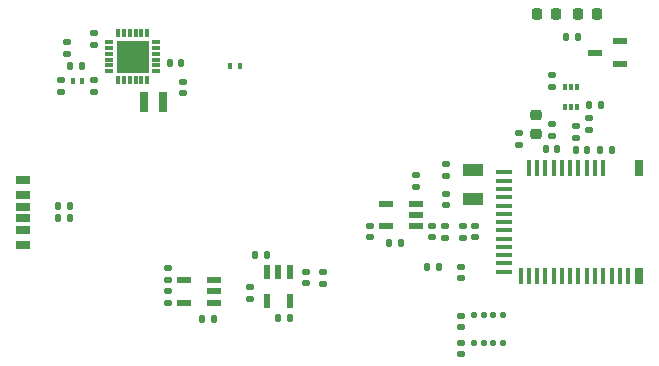
<source format=gtp>
%TF.GenerationSoftware,KiCad,Pcbnew,8.0.2-1*%
%TF.CreationDate,2024-09-12T10:11:59+09:00*%
%TF.ProjectId,gas_nrf52832,6761735f-6e72-4663-9532-3833322e6b69,rev?*%
%TF.SameCoordinates,Original*%
%TF.FileFunction,Paste,Top*%
%TF.FilePolarity,Positive*%
%FSLAX46Y46*%
G04 Gerber Fmt 4.6, Leading zero omitted, Abs format (unit mm)*
G04 Created by KiCad (PCBNEW 8.0.2-1) date 2024-09-12 10:11:59*
%MOMM*%
%LPD*%
G01*
G04 APERTURE LIST*
G04 Aperture macros list*
%AMRoundRect*
0 Rectangle with rounded corners*
0 $1 Rounding radius*
0 $2 $3 $4 $5 $6 $7 $8 $9 X,Y pos of 4 corners*
0 Add a 4 corners polygon primitive as box body*
4,1,4,$2,$3,$4,$5,$6,$7,$8,$9,$2,$3,0*
0 Add four circle primitives for the rounded corners*
1,1,$1+$1,$2,$3*
1,1,$1+$1,$4,$5*
1,1,$1+$1,$6,$7*
1,1,$1+$1,$8,$9*
0 Add four rect primitives between the rounded corners*
20,1,$1+$1,$2,$3,$4,$5,0*
20,1,$1+$1,$4,$5,$6,$7,0*
20,1,$1+$1,$6,$7,$8,$9,0*
20,1,$1+$1,$8,$9,$2,$3,0*%
G04 Aperture macros list end*
%ADD10RoundRect,0.135000X-0.185000X0.135000X-0.185000X-0.135000X0.185000X-0.135000X0.185000X0.135000X0*%
%ADD11RoundRect,0.135000X-0.135000X-0.185000X0.135000X-0.185000X0.135000X0.185000X-0.135000X0.185000X0*%
%ADD12R,0.800000X1.800000*%
%ADD13RoundRect,0.140000X-0.170000X0.140000X-0.170000X-0.140000X0.170000X-0.140000X0.170000X0.140000X0*%
%ADD14RoundRect,0.218750X-0.218750X-0.256250X0.218750X-0.256250X0.218750X0.256250X-0.218750X0.256250X0*%
%ADD15R,1.800000X1.000000*%
%ADD16RoundRect,0.140000X-0.140000X-0.170000X0.140000X-0.170000X0.140000X0.170000X-0.140000X0.170000X0*%
%ADD17R,0.400000X0.500000*%
%ADD18R,0.800000X0.300000*%
%ADD19R,0.300000X0.800000*%
%ADD20R,2.800000X2.800000*%
%ADD21RoundRect,0.140000X0.140000X0.170000X-0.140000X0.170000X-0.140000X-0.170000X0.140000X-0.170000X0*%
%ADD22RoundRect,0.140000X0.170000X-0.140000X0.170000X0.140000X-0.170000X0.140000X-0.170000X-0.140000X0*%
%ADD23R,0.300000X0.492000*%
%ADD24RoundRect,0.218750X0.256250X-0.218750X0.256250X0.218750X-0.256250X0.218750X-0.256250X-0.218750X0*%
%ADD25R,1.200000X0.600000*%
%ADD26RoundRect,0.125000X-0.125000X-0.137500X0.125000X-0.137500X0.125000X0.137500X-0.125000X0.137500X0*%
%ADD27RoundRect,0.147500X-0.172500X0.147500X-0.172500X-0.147500X0.172500X-0.147500X0.172500X0.147500X0*%
%ADD28R,0.800000X1.400000*%
%ADD29R,0.400000X1.400000*%
%ADD30R,1.400000X0.400000*%
%ADD31RoundRect,0.135000X0.135000X0.185000X-0.135000X0.185000X-0.135000X-0.185000X0.135000X-0.185000X0*%
%ADD32RoundRect,0.135000X0.185000X-0.135000X0.185000X0.135000X-0.185000X0.135000X-0.185000X-0.135000X0*%
%ADD33R,1.250000X0.600000*%
%ADD34RoundRect,0.218750X0.218750X0.256250X-0.218750X0.256250X-0.218750X-0.256250X0.218750X-0.256250X0*%
%ADD35R,1.200000X0.700000*%
%ADD36R,1.200000X0.760000*%
%ADD37R,1.200000X0.800000*%
%ADD38R,0.600000X1.200000*%
G04 APERTURE END LIST*
D10*
X143825000Y-86765000D03*
X143825000Y-87785000D03*
D11*
X127985000Y-96660000D03*
X129005000Y-96660000D03*
D12*
X108850000Y-84795000D03*
X107250000Y-84795000D03*
D13*
X109220000Y-100795000D03*
X109220000Y-101755000D03*
D14*
X140512500Y-77300000D03*
X142087500Y-77300000D03*
D10*
X141775000Y-82500000D03*
X141775000Y-83520000D03*
D15*
X135050000Y-90500000D03*
X135050000Y-93000000D03*
D16*
X143795000Y-88800000D03*
X144755000Y-88800000D03*
D17*
X114510000Y-81710000D03*
X115310000Y-81710000D03*
D18*
X108250000Y-82170000D03*
X108250000Y-81670000D03*
X108250000Y-81170000D03*
X108250000Y-80670000D03*
X108250000Y-80170000D03*
X108250000Y-79670000D03*
D19*
X107500000Y-78920000D03*
X107000000Y-78920000D03*
X106500000Y-78920000D03*
X106000000Y-78920000D03*
X105500000Y-78920000D03*
X105000000Y-78920000D03*
D18*
X104250000Y-79670000D03*
X104250000Y-80170000D03*
X104250000Y-80670000D03*
X104250000Y-81170000D03*
X104250000Y-81670000D03*
X104250000Y-82170000D03*
D19*
X105000000Y-82920000D03*
X105500000Y-82920000D03*
X106000000Y-82920000D03*
X106500000Y-82920000D03*
X107000000Y-82920000D03*
X107500000Y-82920000D03*
D20*
X106250000Y-80920000D03*
D21*
X113125000Y-103125000D03*
X112165000Y-103125000D03*
D22*
X102950000Y-83895000D03*
X102950000Y-82935000D03*
D23*
X142850000Y-85200000D03*
X143350000Y-85200000D03*
X143850000Y-85200000D03*
X143850000Y-83532000D03*
X143350000Y-83532000D03*
X142850000Y-83532000D03*
D22*
X100175000Y-83895000D03*
X100175000Y-82935000D03*
D24*
X140400000Y-87437500D03*
X140400000Y-85862500D03*
D25*
X130220000Y-95260000D03*
X130220000Y-94310000D03*
X130220000Y-93360000D03*
X127720000Y-93360000D03*
X127720000Y-95260000D03*
D10*
X132695000Y-95250000D03*
X132695000Y-96270000D03*
D26*
X135190000Y-102765000D03*
X135990000Y-102765000D03*
X136790000Y-102765000D03*
X137590000Y-102765000D03*
X137590000Y-105140000D03*
X136790000Y-105140000D03*
X135990000Y-105140000D03*
X135190000Y-105140000D03*
D13*
X110475000Y-83080000D03*
X110475000Y-84040000D03*
D11*
X144890000Y-85050000D03*
X145910000Y-85050000D03*
D13*
X100710000Y-79710000D03*
X100710000Y-80670000D03*
D17*
X101200000Y-82945000D03*
X102000000Y-82945000D03*
D11*
X131190000Y-98700000D03*
X132210000Y-98700000D03*
D27*
X141750000Y-86665000D03*
X141750000Y-87635000D03*
D28*
X149100000Y-90327500D03*
D29*
X146100000Y-90327500D03*
X145400000Y-90327500D03*
X144700000Y-90327500D03*
X144000000Y-90327500D03*
X143300000Y-90327500D03*
X142600000Y-90327500D03*
X141900000Y-90327500D03*
X141200000Y-90327500D03*
X140500000Y-90327500D03*
X139800000Y-90327500D03*
D30*
X137700000Y-90727500D03*
X137700000Y-91427500D03*
X137700000Y-92127500D03*
X137700000Y-92827500D03*
X137700000Y-93527500D03*
X137700000Y-94227500D03*
X137700000Y-94927500D03*
X137700000Y-95627500D03*
X137700000Y-96327500D03*
X137700000Y-97027500D03*
X137700000Y-97727500D03*
X137700000Y-98427500D03*
X137700000Y-99127500D03*
D29*
X139100000Y-99527500D03*
X139800000Y-99527500D03*
X140500000Y-99527500D03*
X141200000Y-99527500D03*
X141900000Y-99527500D03*
X142600000Y-99527500D03*
X143300000Y-99527500D03*
X144000000Y-99527500D03*
X144700000Y-99527500D03*
X145400000Y-99527500D03*
X146100000Y-99527500D03*
X146800000Y-99527500D03*
X147500000Y-99527500D03*
X148200000Y-99527500D03*
D28*
X149100000Y-99527500D03*
D31*
X146850000Y-88800000D03*
X145830000Y-88800000D03*
D22*
X134010000Y-99680000D03*
X134010000Y-98720000D03*
D16*
X141220000Y-88750000D03*
X142180000Y-88750000D03*
D13*
X120970000Y-99145000D03*
X120970000Y-100105000D03*
D32*
X130220000Y-91990000D03*
X130220000Y-90970000D03*
X116200000Y-101435000D03*
X116200000Y-100415000D03*
D22*
X126320000Y-96215000D03*
X126320000Y-95255000D03*
D32*
X109220000Y-99860000D03*
X109220000Y-98840000D03*
D22*
X132800000Y-91000000D03*
X132800000Y-90040000D03*
D25*
X113120000Y-101750000D03*
X113120000Y-100800000D03*
X113120000Y-99850000D03*
X110620000Y-99850000D03*
X110620000Y-101750000D03*
D31*
X143960000Y-79300000D03*
X142940000Y-79300000D03*
D16*
X118600000Y-103050000D03*
X119560000Y-103050000D03*
D13*
X134065000Y-102840000D03*
X134065000Y-103800000D03*
D33*
X147525000Y-81550000D03*
X147525000Y-79640000D03*
X145425000Y-80595000D03*
D11*
X99940000Y-94625000D03*
X100960000Y-94625000D03*
D10*
X122400000Y-99140000D03*
X122400000Y-100160000D03*
D34*
X145537500Y-77300000D03*
X143962500Y-77300000D03*
D21*
X101930000Y-81695000D03*
X100970000Y-81695000D03*
D22*
X139000000Y-88380000D03*
X139000000Y-87420000D03*
D32*
X134200000Y-96265000D03*
X134200000Y-95245000D03*
D10*
X102985000Y-78920000D03*
X102985000Y-79940000D03*
D11*
X99940000Y-93600000D03*
X100960000Y-93600000D03*
D32*
X144925000Y-87175000D03*
X144925000Y-86155000D03*
D13*
X132800000Y-92520000D03*
X132800000Y-93480000D03*
D35*
X96950000Y-93620000D03*
D36*
X96950000Y-95640000D03*
D37*
X96950000Y-96870000D03*
D35*
X96950000Y-94620000D03*
D36*
X96950000Y-92600000D03*
D37*
X96950000Y-91370000D03*
D22*
X134065000Y-106095000D03*
X134065000Y-105135000D03*
D31*
X117650000Y-97750000D03*
X116630000Y-97750000D03*
D13*
X131630000Y-95260000D03*
X131630000Y-96220000D03*
D38*
X119550000Y-99150000D03*
X118600000Y-99150000D03*
X117650000Y-99150000D03*
X117650000Y-101650000D03*
X119550000Y-101650000D03*
D22*
X135270000Y-96215000D03*
X135270000Y-95255000D03*
D21*
X110350000Y-81420000D03*
X109390000Y-81420000D03*
M02*

</source>
